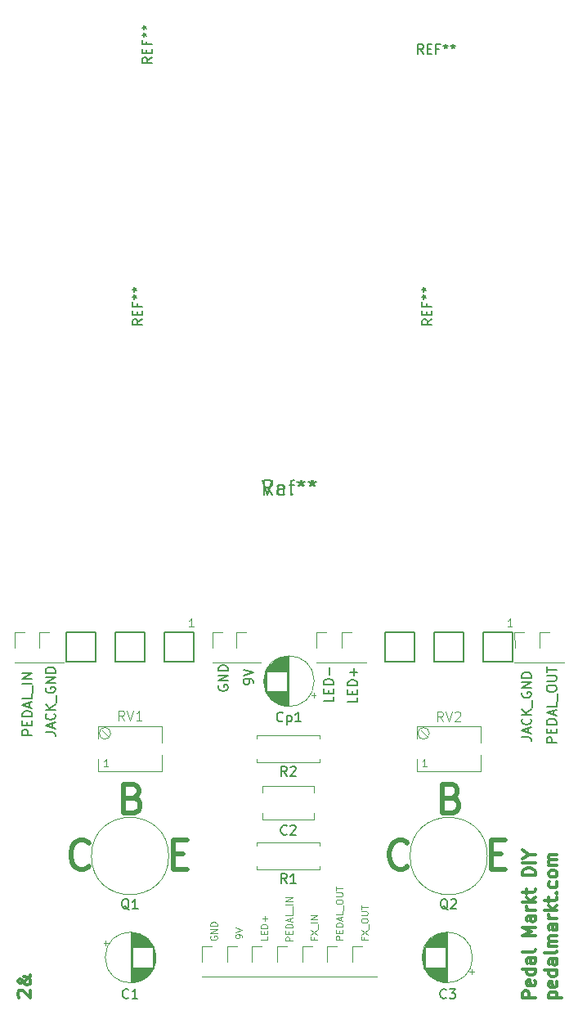
<source format=gto>
G04 #@! TF.GenerationSoftware,KiCad,Pcbnew,(5.1.5-0-10_14)*
G04 #@! TF.CreationDate,2021-12-30T16:01:06+01:00*
G04 #@! TF.ProjectId,npnium,6e706e69-756d-42e6-9b69-6361645f7063,rev?*
G04 #@! TF.SameCoordinates,Original*
G04 #@! TF.FileFunction,Legend,Top*
G04 #@! TF.FilePolarity,Positive*
%FSLAX46Y46*%
G04 Gerber Fmt 4.6, Leading zero omitted, Abs format (unit mm)*
G04 Created by KiCad (PCBNEW (5.1.5-0-10_14)) date 2021-12-30 16:01:06*
%MOMM*%
%LPD*%
G04 APERTURE LIST*
%ADD10C,0.325000*%
%ADD11C,0.120000*%
%ADD12C,0.100000*%
%ADD13C,0.127000*%
%ADD14C,0.150000*%
%ADD15C,0.500000*%
%ADD16C,0.065024*%
%ADD17C,0.110000*%
%ADD18C,0.097536*%
%ADD19C,1.626000*%
%ADD20C,1.702000*%
%ADD21R,1.702000X1.702000*%
%ADD22O,2.032400X2.032400*%
%ADD23R,2.032400X2.032400*%
%ADD24O,1.702000X1.702000*%
%ADD25O,1.702000X3.102000*%
%ADD26O,2.642000X2.642000*%
%ADD27R,2.642000X2.642000*%
G04 APERTURE END LIST*
D10*
X72011904Y-114641130D02*
X71950000Y-114579226D01*
X71888095Y-114455416D01*
X71888095Y-114145892D01*
X71950000Y-114022083D01*
X72011904Y-113960178D01*
X72135714Y-113898273D01*
X72259523Y-113898273D01*
X72445238Y-113960178D01*
X73188095Y-114703035D01*
X73188095Y-113898273D01*
X73188095Y-112288750D02*
X73188095Y-112350654D01*
X73126190Y-112474464D01*
X72940476Y-112660178D01*
X72569047Y-112969702D01*
X72383333Y-113093511D01*
X72197619Y-113155416D01*
X72073809Y-113155416D01*
X71950000Y-113093511D01*
X71888095Y-112969702D01*
X71888095Y-112907797D01*
X71950000Y-112783988D01*
X72073809Y-112722083D01*
X72135714Y-112722083D01*
X72259523Y-112783988D01*
X72321428Y-112845892D01*
X72569047Y-113217321D01*
X72630952Y-113279226D01*
X72754761Y-113341130D01*
X72940476Y-113341130D01*
X73064285Y-113279226D01*
X73126190Y-113217321D01*
X73188095Y-113093511D01*
X73188095Y-112907797D01*
X73126190Y-112783988D01*
X73064285Y-112722083D01*
X72816666Y-112536369D01*
X72630952Y-112474464D01*
X72507142Y-112474464D01*
X125450595Y-114679226D02*
X124150595Y-114679226D01*
X124150595Y-114183988D01*
X124212500Y-114060178D01*
X124274404Y-113998273D01*
X124398214Y-113936369D01*
X124583928Y-113936369D01*
X124707738Y-113998273D01*
X124769642Y-114060178D01*
X124831547Y-114183988D01*
X124831547Y-114679226D01*
X125388690Y-112883988D02*
X125450595Y-113007797D01*
X125450595Y-113255416D01*
X125388690Y-113379226D01*
X125264880Y-113441130D01*
X124769642Y-113441130D01*
X124645833Y-113379226D01*
X124583928Y-113255416D01*
X124583928Y-113007797D01*
X124645833Y-112883988D01*
X124769642Y-112822083D01*
X124893452Y-112822083D01*
X125017261Y-113441130D01*
X125450595Y-111707797D02*
X124150595Y-111707797D01*
X125388690Y-111707797D02*
X125450595Y-111831607D01*
X125450595Y-112079226D01*
X125388690Y-112203035D01*
X125326785Y-112264940D01*
X125202976Y-112326845D01*
X124831547Y-112326845D01*
X124707738Y-112264940D01*
X124645833Y-112203035D01*
X124583928Y-112079226D01*
X124583928Y-111831607D01*
X124645833Y-111707797D01*
X125450595Y-110531607D02*
X124769642Y-110531607D01*
X124645833Y-110593511D01*
X124583928Y-110717321D01*
X124583928Y-110964940D01*
X124645833Y-111088750D01*
X125388690Y-110531607D02*
X125450595Y-110655416D01*
X125450595Y-110964940D01*
X125388690Y-111088750D01*
X125264880Y-111150654D01*
X125141071Y-111150654D01*
X125017261Y-111088750D01*
X124955357Y-110964940D01*
X124955357Y-110655416D01*
X124893452Y-110531607D01*
X125450595Y-109726845D02*
X125388690Y-109850654D01*
X125264880Y-109912559D01*
X124150595Y-109912559D01*
X125450595Y-108241130D02*
X124150595Y-108241130D01*
X125079166Y-107807797D01*
X124150595Y-107374464D01*
X125450595Y-107374464D01*
X125450595Y-106198273D02*
X124769642Y-106198273D01*
X124645833Y-106260178D01*
X124583928Y-106383988D01*
X124583928Y-106631607D01*
X124645833Y-106755416D01*
X125388690Y-106198273D02*
X125450595Y-106322083D01*
X125450595Y-106631607D01*
X125388690Y-106755416D01*
X125264880Y-106817321D01*
X125141071Y-106817321D01*
X125017261Y-106755416D01*
X124955357Y-106631607D01*
X124955357Y-106322083D01*
X124893452Y-106198273D01*
X125450595Y-105579226D02*
X124583928Y-105579226D01*
X124831547Y-105579226D02*
X124707738Y-105517321D01*
X124645833Y-105455416D01*
X124583928Y-105331607D01*
X124583928Y-105207797D01*
X125450595Y-104774464D02*
X124150595Y-104774464D01*
X124955357Y-104650654D02*
X125450595Y-104279226D01*
X124583928Y-104279226D02*
X125079166Y-104774464D01*
X124583928Y-103907797D02*
X124583928Y-103412559D01*
X124150595Y-103722083D02*
X125264880Y-103722083D01*
X125388690Y-103660178D01*
X125450595Y-103536369D01*
X125450595Y-103412559D01*
X125450595Y-101988750D02*
X124150595Y-101988750D01*
X124150595Y-101679226D01*
X124212500Y-101493511D01*
X124336309Y-101369702D01*
X124460119Y-101307797D01*
X124707738Y-101245892D01*
X124893452Y-101245892D01*
X125141071Y-101307797D01*
X125264880Y-101369702D01*
X125388690Y-101493511D01*
X125450595Y-101679226D01*
X125450595Y-101988750D01*
X125450595Y-100688750D02*
X124150595Y-100688750D01*
X124831547Y-99822083D02*
X125450595Y-99822083D01*
X124150595Y-100255416D02*
X124831547Y-99822083D01*
X124150595Y-99388750D01*
X126858928Y-114679226D02*
X128158928Y-114679226D01*
X126920833Y-114679226D02*
X126858928Y-114555416D01*
X126858928Y-114307797D01*
X126920833Y-114183988D01*
X126982738Y-114122083D01*
X127106547Y-114060178D01*
X127477976Y-114060178D01*
X127601785Y-114122083D01*
X127663690Y-114183988D01*
X127725595Y-114307797D01*
X127725595Y-114555416D01*
X127663690Y-114679226D01*
X127663690Y-113007797D02*
X127725595Y-113131607D01*
X127725595Y-113379226D01*
X127663690Y-113503035D01*
X127539880Y-113564940D01*
X127044642Y-113564940D01*
X126920833Y-113503035D01*
X126858928Y-113379226D01*
X126858928Y-113131607D01*
X126920833Y-113007797D01*
X127044642Y-112945892D01*
X127168452Y-112945892D01*
X127292261Y-113564940D01*
X127725595Y-111831607D02*
X126425595Y-111831607D01*
X127663690Y-111831607D02*
X127725595Y-111955416D01*
X127725595Y-112203035D01*
X127663690Y-112326845D01*
X127601785Y-112388750D01*
X127477976Y-112450654D01*
X127106547Y-112450654D01*
X126982738Y-112388750D01*
X126920833Y-112326845D01*
X126858928Y-112203035D01*
X126858928Y-111955416D01*
X126920833Y-111831607D01*
X127725595Y-110655416D02*
X127044642Y-110655416D01*
X126920833Y-110717321D01*
X126858928Y-110841130D01*
X126858928Y-111088750D01*
X126920833Y-111212559D01*
X127663690Y-110655416D02*
X127725595Y-110779226D01*
X127725595Y-111088750D01*
X127663690Y-111212559D01*
X127539880Y-111274464D01*
X127416071Y-111274464D01*
X127292261Y-111212559D01*
X127230357Y-111088750D01*
X127230357Y-110779226D01*
X127168452Y-110655416D01*
X127725595Y-109850654D02*
X127663690Y-109974464D01*
X127539880Y-110036369D01*
X126425595Y-110036369D01*
X127725595Y-109355416D02*
X126858928Y-109355416D01*
X126982738Y-109355416D02*
X126920833Y-109293511D01*
X126858928Y-109169702D01*
X126858928Y-108983988D01*
X126920833Y-108860178D01*
X127044642Y-108798273D01*
X127725595Y-108798273D01*
X127044642Y-108798273D02*
X126920833Y-108736369D01*
X126858928Y-108612559D01*
X126858928Y-108426845D01*
X126920833Y-108303035D01*
X127044642Y-108241130D01*
X127725595Y-108241130D01*
X127725595Y-107064940D02*
X127044642Y-107064940D01*
X126920833Y-107126845D01*
X126858928Y-107250654D01*
X126858928Y-107498273D01*
X126920833Y-107622083D01*
X127663690Y-107064940D02*
X127725595Y-107188750D01*
X127725595Y-107498273D01*
X127663690Y-107622083D01*
X127539880Y-107683988D01*
X127416071Y-107683988D01*
X127292261Y-107622083D01*
X127230357Y-107498273D01*
X127230357Y-107188750D01*
X127168452Y-107064940D01*
X127725595Y-106445892D02*
X126858928Y-106445892D01*
X127106547Y-106445892D02*
X126982738Y-106383988D01*
X126920833Y-106322083D01*
X126858928Y-106198273D01*
X126858928Y-106074464D01*
X127725595Y-105641130D02*
X126425595Y-105641130D01*
X127230357Y-105517321D02*
X127725595Y-105145892D01*
X126858928Y-105145892D02*
X127354166Y-105641130D01*
X126858928Y-104774464D02*
X126858928Y-104279226D01*
X126425595Y-104588750D02*
X127539880Y-104588750D01*
X127663690Y-104526845D01*
X127725595Y-104403035D01*
X127725595Y-104279226D01*
X127601785Y-103845892D02*
X127663690Y-103783988D01*
X127725595Y-103845892D01*
X127663690Y-103907797D01*
X127601785Y-103845892D01*
X127725595Y-103845892D01*
X127663690Y-102669702D02*
X127725595Y-102793511D01*
X127725595Y-103041130D01*
X127663690Y-103164940D01*
X127601785Y-103226845D01*
X127477976Y-103288750D01*
X127106547Y-103288750D01*
X126982738Y-103226845D01*
X126920833Y-103164940D01*
X126858928Y-103041130D01*
X126858928Y-102793511D01*
X126920833Y-102669702D01*
X127725595Y-101926845D02*
X127663690Y-102050654D01*
X127601785Y-102112559D01*
X127477976Y-102174464D01*
X127106547Y-102174464D01*
X126982738Y-102112559D01*
X126920833Y-102050654D01*
X126858928Y-101926845D01*
X126858928Y-101741130D01*
X126920833Y-101617321D01*
X126982738Y-101555416D01*
X127106547Y-101493511D01*
X127477976Y-101493511D01*
X127601785Y-101555416D01*
X127663690Y-101617321D01*
X127725595Y-101741130D01*
X127725595Y-101926845D01*
X127725595Y-100936369D02*
X126858928Y-100936369D01*
X126982738Y-100936369D02*
X126920833Y-100874464D01*
X126858928Y-100750654D01*
X126858928Y-100564940D01*
X126920833Y-100441130D01*
X127044642Y-100379226D01*
X127725595Y-100379226D01*
X127044642Y-100379226D02*
X126920833Y-100317321D01*
X126858928Y-100193511D01*
X126858928Y-100007797D01*
X126920833Y-99883988D01*
X127044642Y-99822083D01*
X127725595Y-99822083D01*
D11*
X87500000Y-100000000D02*
G75*
G03X87500000Y-100000000I-4000000J0D01*
G01*
X120500000Y-100000000D02*
G75*
G03X120500000Y-100000000I-4000000J0D01*
G01*
X118904775Y-112225000D02*
X118904775Y-111725000D01*
X119154775Y-111975000D02*
X118654775Y-111975000D01*
X113749000Y-110784000D02*
X113749000Y-110216000D01*
X113789000Y-111018000D02*
X113789000Y-109982000D01*
X113829000Y-111177000D02*
X113829000Y-109823000D01*
X113869000Y-111305000D02*
X113869000Y-109695000D01*
X113909000Y-111415000D02*
X113909000Y-109585000D01*
X113949000Y-111511000D02*
X113949000Y-109489000D01*
X113989000Y-111598000D02*
X113989000Y-109402000D01*
X114029000Y-111678000D02*
X114029000Y-109322000D01*
X114069000Y-109460000D02*
X114069000Y-109249000D01*
X114069000Y-111751000D02*
X114069000Y-111540000D01*
X114109000Y-109460000D02*
X114109000Y-109181000D01*
X114109000Y-111819000D02*
X114109000Y-111540000D01*
X114149000Y-109460000D02*
X114149000Y-109117000D01*
X114149000Y-111883000D02*
X114149000Y-111540000D01*
X114189000Y-109460000D02*
X114189000Y-109057000D01*
X114189000Y-111943000D02*
X114189000Y-111540000D01*
X114229000Y-109460000D02*
X114229000Y-109000000D01*
X114229000Y-112000000D02*
X114229000Y-111540000D01*
X114269000Y-109460000D02*
X114269000Y-108946000D01*
X114269000Y-112054000D02*
X114269000Y-111540000D01*
X114309000Y-109460000D02*
X114309000Y-108895000D01*
X114309000Y-112105000D02*
X114309000Y-111540000D01*
X114349000Y-109460000D02*
X114349000Y-108847000D01*
X114349000Y-112153000D02*
X114349000Y-111540000D01*
X114389000Y-109460000D02*
X114389000Y-108801000D01*
X114389000Y-112199000D02*
X114389000Y-111540000D01*
X114429000Y-109460000D02*
X114429000Y-108757000D01*
X114429000Y-112243000D02*
X114429000Y-111540000D01*
X114469000Y-109460000D02*
X114469000Y-108715000D01*
X114469000Y-112285000D02*
X114469000Y-111540000D01*
X114509000Y-109460000D02*
X114509000Y-108674000D01*
X114509000Y-112326000D02*
X114509000Y-111540000D01*
X114549000Y-109460000D02*
X114549000Y-108636000D01*
X114549000Y-112364000D02*
X114549000Y-111540000D01*
X114589000Y-109460000D02*
X114589000Y-108599000D01*
X114589000Y-112401000D02*
X114589000Y-111540000D01*
X114629000Y-109460000D02*
X114629000Y-108563000D01*
X114629000Y-112437000D02*
X114629000Y-111540000D01*
X114669000Y-109460000D02*
X114669000Y-108529000D01*
X114669000Y-112471000D02*
X114669000Y-111540000D01*
X114709000Y-109460000D02*
X114709000Y-108496000D01*
X114709000Y-112504000D02*
X114709000Y-111540000D01*
X114749000Y-109460000D02*
X114749000Y-108465000D01*
X114749000Y-112535000D02*
X114749000Y-111540000D01*
X114789000Y-109460000D02*
X114789000Y-108435000D01*
X114789000Y-112565000D02*
X114789000Y-111540000D01*
X114829000Y-109460000D02*
X114829000Y-108405000D01*
X114829000Y-112595000D02*
X114829000Y-111540000D01*
X114869000Y-109460000D02*
X114869000Y-108378000D01*
X114869000Y-112622000D02*
X114869000Y-111540000D01*
X114909000Y-109460000D02*
X114909000Y-108351000D01*
X114909000Y-112649000D02*
X114909000Y-111540000D01*
X114949000Y-109460000D02*
X114949000Y-108325000D01*
X114949000Y-112675000D02*
X114949000Y-111540000D01*
X114989000Y-109460000D02*
X114989000Y-108300000D01*
X114989000Y-112700000D02*
X114989000Y-111540000D01*
X115029000Y-109460000D02*
X115029000Y-108276000D01*
X115029000Y-112724000D02*
X115029000Y-111540000D01*
X115069000Y-109460000D02*
X115069000Y-108253000D01*
X115069000Y-112747000D02*
X115069000Y-111540000D01*
X115109000Y-109460000D02*
X115109000Y-108232000D01*
X115109000Y-112768000D02*
X115109000Y-111540000D01*
X115149000Y-109460000D02*
X115149000Y-108210000D01*
X115149000Y-112790000D02*
X115149000Y-111540000D01*
X115189000Y-109460000D02*
X115189000Y-108190000D01*
X115189000Y-112810000D02*
X115189000Y-111540000D01*
X115229000Y-109460000D02*
X115229000Y-108171000D01*
X115229000Y-112829000D02*
X115229000Y-111540000D01*
X115269000Y-109460000D02*
X115269000Y-108152000D01*
X115269000Y-112848000D02*
X115269000Y-111540000D01*
X115309000Y-109460000D02*
X115309000Y-108135000D01*
X115309000Y-112865000D02*
X115309000Y-111540000D01*
X115349000Y-109460000D02*
X115349000Y-108118000D01*
X115349000Y-112882000D02*
X115349000Y-111540000D01*
X115389000Y-109460000D02*
X115389000Y-108102000D01*
X115389000Y-112898000D02*
X115389000Y-111540000D01*
X115429000Y-109460000D02*
X115429000Y-108086000D01*
X115429000Y-112914000D02*
X115429000Y-111540000D01*
X115469000Y-109460000D02*
X115469000Y-108072000D01*
X115469000Y-112928000D02*
X115469000Y-111540000D01*
X115509000Y-109460000D02*
X115509000Y-108058000D01*
X115509000Y-112942000D02*
X115509000Y-111540000D01*
X115549000Y-109460000D02*
X115549000Y-108045000D01*
X115549000Y-112955000D02*
X115549000Y-111540000D01*
X115589000Y-109460000D02*
X115589000Y-108032000D01*
X115589000Y-112968000D02*
X115589000Y-111540000D01*
X115629000Y-109460000D02*
X115629000Y-108020000D01*
X115629000Y-112980000D02*
X115629000Y-111540000D01*
X115670000Y-109460000D02*
X115670000Y-108009000D01*
X115670000Y-112991000D02*
X115670000Y-111540000D01*
X115710000Y-109460000D02*
X115710000Y-107999000D01*
X115710000Y-113001000D02*
X115710000Y-111540000D01*
X115750000Y-109460000D02*
X115750000Y-107989000D01*
X115750000Y-113011000D02*
X115750000Y-111540000D01*
X115790000Y-109460000D02*
X115790000Y-107980000D01*
X115790000Y-113020000D02*
X115790000Y-111540000D01*
X115830000Y-109460000D02*
X115830000Y-107972000D01*
X115830000Y-113028000D02*
X115830000Y-111540000D01*
X115870000Y-109460000D02*
X115870000Y-107964000D01*
X115870000Y-113036000D02*
X115870000Y-111540000D01*
X115910000Y-109460000D02*
X115910000Y-107957000D01*
X115910000Y-113043000D02*
X115910000Y-111540000D01*
X115950000Y-109460000D02*
X115950000Y-107950000D01*
X115950000Y-113050000D02*
X115950000Y-111540000D01*
X115990000Y-109460000D02*
X115990000Y-107944000D01*
X115990000Y-113056000D02*
X115990000Y-111540000D01*
X116030000Y-109460000D02*
X116030000Y-107939000D01*
X116030000Y-113061000D02*
X116030000Y-111540000D01*
X116070000Y-109460000D02*
X116070000Y-107935000D01*
X116070000Y-113065000D02*
X116070000Y-111540000D01*
X116110000Y-109460000D02*
X116110000Y-107931000D01*
X116110000Y-113069000D02*
X116110000Y-111540000D01*
X116150000Y-113073000D02*
X116150000Y-107927000D01*
X116190000Y-113076000D02*
X116190000Y-107924000D01*
X116230000Y-113078000D02*
X116230000Y-107922000D01*
X116270000Y-113079000D02*
X116270000Y-107921000D01*
X116310000Y-113080000D02*
X116310000Y-107920000D01*
X116350000Y-113080000D02*
X116350000Y-107920000D01*
X118970000Y-110500000D02*
G75*
G03X118970000Y-110500000I-2620000J0D01*
G01*
D12*
X119820000Y-91200000D02*
X119820000Y-86600000D01*
X113180000Y-86600000D02*
X119820000Y-86600000D01*
X113180000Y-91200000D02*
X113180000Y-86600000D01*
X119820000Y-91200000D02*
X113180000Y-91200000D01*
X114500000Y-87300000D02*
G75*
G03X114500000Y-87300000I-600000J0D01*
G01*
X114200000Y-87600000D02*
X113600000Y-87000000D01*
X86820000Y-91200000D02*
X86820000Y-86600000D01*
X80180000Y-86600000D02*
X86820000Y-86600000D01*
X80180000Y-91200000D02*
X80180000Y-86600000D01*
X86820000Y-91200000D02*
X80180000Y-91200000D01*
X81500000Y-87300000D02*
G75*
G03X81500000Y-87300000I-600000J0D01*
G01*
X81200000Y-87600000D02*
X80600000Y-87000000D01*
D11*
X96620000Y-87530000D02*
X96620000Y-87860000D01*
X103160000Y-87530000D02*
X96620000Y-87530000D01*
X103160000Y-87860000D02*
X103160000Y-87530000D01*
X96620000Y-90270000D02*
X96620000Y-89940000D01*
X103160000Y-90270000D02*
X96620000Y-90270000D01*
X103160000Y-89940000D02*
X103160000Y-90270000D01*
X96620000Y-98630000D02*
X96620000Y-98960000D01*
X103160000Y-98630000D02*
X96620000Y-98630000D01*
X103160000Y-98960000D02*
X103160000Y-98630000D01*
X96620000Y-101370000D02*
X96620000Y-101040000D01*
X103160000Y-101370000D02*
X96620000Y-101370000D01*
X103160000Y-101040000D02*
X103160000Y-101370000D01*
X105430000Y-76810000D02*
X106760000Y-76810000D01*
X105433500Y-78463500D02*
X105430000Y-76810000D01*
X105420000Y-79976500D02*
X107960000Y-79980000D01*
X125930000Y-76810000D02*
X127260000Y-76810000D01*
X125933500Y-78463500D02*
X125930000Y-76810000D01*
X125920000Y-79976500D02*
X128460000Y-79980000D01*
X98730000Y-109310000D02*
X100060000Y-109310000D01*
X98733500Y-110963500D02*
X98730000Y-109310000D01*
X98720000Y-112476500D02*
X101260000Y-112480000D01*
X102830000Y-76810000D02*
X104160000Y-76810000D01*
X102833500Y-78463500D02*
X102830000Y-76810000D01*
X102820000Y-79976500D02*
X105360000Y-79980000D01*
X96130000Y-109310000D02*
X97460000Y-109310000D01*
X96133500Y-110963500D02*
X96130000Y-109310000D01*
X96120000Y-112476500D02*
X98660000Y-112480000D01*
X123330000Y-76810000D02*
X124660000Y-76810000D01*
X123333500Y-78463500D02*
X123330000Y-76810000D01*
X123320000Y-79976500D02*
X125860000Y-79980000D01*
X103930000Y-109310000D02*
X105260000Y-109310000D01*
X103933500Y-110963500D02*
X103930000Y-109310000D01*
X103920000Y-112476500D02*
X106460000Y-112480000D01*
X74130000Y-76810000D02*
X75460000Y-76810000D01*
X74133500Y-78463500D02*
X74130000Y-76810000D01*
X74120000Y-79976500D02*
X76660000Y-79980000D01*
X71530000Y-76810000D02*
X72860000Y-76810000D01*
X71533500Y-78463500D02*
X71530000Y-76810000D01*
X71520000Y-79976500D02*
X74060000Y-79980000D01*
X93530000Y-109310000D02*
X94860000Y-109310000D01*
X93533500Y-110963500D02*
X93530000Y-109310000D01*
X93520000Y-112476500D02*
X96060000Y-112480000D01*
X90930000Y-109310000D02*
X92260000Y-109310000D01*
X90933500Y-110963500D02*
X90930000Y-109310000D01*
X90920000Y-112476500D02*
X93460000Y-112480000D01*
X106530000Y-109310000D02*
X107860000Y-109310000D01*
X106533500Y-110963500D02*
X106530000Y-109310000D01*
X106520000Y-112476500D02*
X109060000Y-112480000D01*
X101330000Y-109310000D02*
X102660000Y-109310000D01*
X101333500Y-110963500D02*
X101330000Y-109310000D01*
X101320000Y-112476500D02*
X103860000Y-112480000D01*
X94530000Y-76810000D02*
X95860000Y-76810000D01*
X94533500Y-78463500D02*
X94530000Y-76810000D01*
X94520000Y-79976500D02*
X97060000Y-79980000D01*
X92030000Y-76810000D02*
X93360000Y-76810000D01*
X92033500Y-78463500D02*
X92030000Y-76810000D01*
X92020000Y-79976500D02*
X94560000Y-79980000D01*
X102504775Y-83625000D02*
X102504775Y-83125000D01*
X102754775Y-83375000D02*
X102254775Y-83375000D01*
X97349000Y-82184000D02*
X97349000Y-81616000D01*
X97389000Y-82418000D02*
X97389000Y-81382000D01*
X97429000Y-82577000D02*
X97429000Y-81223000D01*
X97469000Y-82705000D02*
X97469000Y-81095000D01*
X97509000Y-82815000D02*
X97509000Y-80985000D01*
X97549000Y-82911000D02*
X97549000Y-80889000D01*
X97589000Y-82998000D02*
X97589000Y-80802000D01*
X97629000Y-83078000D02*
X97629000Y-80722000D01*
X97669000Y-80860000D02*
X97669000Y-80649000D01*
X97669000Y-83151000D02*
X97669000Y-82940000D01*
X97709000Y-80860000D02*
X97709000Y-80581000D01*
X97709000Y-83219000D02*
X97709000Y-82940000D01*
X97749000Y-80860000D02*
X97749000Y-80517000D01*
X97749000Y-83283000D02*
X97749000Y-82940000D01*
X97789000Y-80860000D02*
X97789000Y-80457000D01*
X97789000Y-83343000D02*
X97789000Y-82940000D01*
X97829000Y-80860000D02*
X97829000Y-80400000D01*
X97829000Y-83400000D02*
X97829000Y-82940000D01*
X97869000Y-80860000D02*
X97869000Y-80346000D01*
X97869000Y-83454000D02*
X97869000Y-82940000D01*
X97909000Y-80860000D02*
X97909000Y-80295000D01*
X97909000Y-83505000D02*
X97909000Y-82940000D01*
X97949000Y-80860000D02*
X97949000Y-80247000D01*
X97949000Y-83553000D02*
X97949000Y-82940000D01*
X97989000Y-80860000D02*
X97989000Y-80201000D01*
X97989000Y-83599000D02*
X97989000Y-82940000D01*
X98029000Y-80860000D02*
X98029000Y-80157000D01*
X98029000Y-83643000D02*
X98029000Y-82940000D01*
X98069000Y-80860000D02*
X98069000Y-80115000D01*
X98069000Y-83685000D02*
X98069000Y-82940000D01*
X98109000Y-80860000D02*
X98109000Y-80074000D01*
X98109000Y-83726000D02*
X98109000Y-82940000D01*
X98149000Y-80860000D02*
X98149000Y-80036000D01*
X98149000Y-83764000D02*
X98149000Y-82940000D01*
X98189000Y-80860000D02*
X98189000Y-79999000D01*
X98189000Y-83801000D02*
X98189000Y-82940000D01*
X98229000Y-80860000D02*
X98229000Y-79963000D01*
X98229000Y-83837000D02*
X98229000Y-82940000D01*
X98269000Y-80860000D02*
X98269000Y-79929000D01*
X98269000Y-83871000D02*
X98269000Y-82940000D01*
X98309000Y-80860000D02*
X98309000Y-79896000D01*
X98309000Y-83904000D02*
X98309000Y-82940000D01*
X98349000Y-80860000D02*
X98349000Y-79865000D01*
X98349000Y-83935000D02*
X98349000Y-82940000D01*
X98389000Y-80860000D02*
X98389000Y-79835000D01*
X98389000Y-83965000D02*
X98389000Y-82940000D01*
X98429000Y-80860000D02*
X98429000Y-79805000D01*
X98429000Y-83995000D02*
X98429000Y-82940000D01*
X98469000Y-80860000D02*
X98469000Y-79778000D01*
X98469000Y-84022000D02*
X98469000Y-82940000D01*
X98509000Y-80860000D02*
X98509000Y-79751000D01*
X98509000Y-84049000D02*
X98509000Y-82940000D01*
X98549000Y-80860000D02*
X98549000Y-79725000D01*
X98549000Y-84075000D02*
X98549000Y-82940000D01*
X98589000Y-80860000D02*
X98589000Y-79700000D01*
X98589000Y-84100000D02*
X98589000Y-82940000D01*
X98629000Y-80860000D02*
X98629000Y-79676000D01*
X98629000Y-84124000D02*
X98629000Y-82940000D01*
X98669000Y-80860000D02*
X98669000Y-79653000D01*
X98669000Y-84147000D02*
X98669000Y-82940000D01*
X98709000Y-80860000D02*
X98709000Y-79632000D01*
X98709000Y-84168000D02*
X98709000Y-82940000D01*
X98749000Y-80860000D02*
X98749000Y-79610000D01*
X98749000Y-84190000D02*
X98749000Y-82940000D01*
X98789000Y-80860000D02*
X98789000Y-79590000D01*
X98789000Y-84210000D02*
X98789000Y-82940000D01*
X98829000Y-80860000D02*
X98829000Y-79571000D01*
X98829000Y-84229000D02*
X98829000Y-82940000D01*
X98869000Y-80860000D02*
X98869000Y-79552000D01*
X98869000Y-84248000D02*
X98869000Y-82940000D01*
X98909000Y-80860000D02*
X98909000Y-79535000D01*
X98909000Y-84265000D02*
X98909000Y-82940000D01*
X98949000Y-80860000D02*
X98949000Y-79518000D01*
X98949000Y-84282000D02*
X98949000Y-82940000D01*
X98989000Y-80860000D02*
X98989000Y-79502000D01*
X98989000Y-84298000D02*
X98989000Y-82940000D01*
X99029000Y-80860000D02*
X99029000Y-79486000D01*
X99029000Y-84314000D02*
X99029000Y-82940000D01*
X99069000Y-80860000D02*
X99069000Y-79472000D01*
X99069000Y-84328000D02*
X99069000Y-82940000D01*
X99109000Y-80860000D02*
X99109000Y-79458000D01*
X99109000Y-84342000D02*
X99109000Y-82940000D01*
X99149000Y-80860000D02*
X99149000Y-79445000D01*
X99149000Y-84355000D02*
X99149000Y-82940000D01*
X99189000Y-80860000D02*
X99189000Y-79432000D01*
X99189000Y-84368000D02*
X99189000Y-82940000D01*
X99229000Y-80860000D02*
X99229000Y-79420000D01*
X99229000Y-84380000D02*
X99229000Y-82940000D01*
X99270000Y-80860000D02*
X99270000Y-79409000D01*
X99270000Y-84391000D02*
X99270000Y-82940000D01*
X99310000Y-80860000D02*
X99310000Y-79399000D01*
X99310000Y-84401000D02*
X99310000Y-82940000D01*
X99350000Y-80860000D02*
X99350000Y-79389000D01*
X99350000Y-84411000D02*
X99350000Y-82940000D01*
X99390000Y-80860000D02*
X99390000Y-79380000D01*
X99390000Y-84420000D02*
X99390000Y-82940000D01*
X99430000Y-80860000D02*
X99430000Y-79372000D01*
X99430000Y-84428000D02*
X99430000Y-82940000D01*
X99470000Y-80860000D02*
X99470000Y-79364000D01*
X99470000Y-84436000D02*
X99470000Y-82940000D01*
X99510000Y-80860000D02*
X99510000Y-79357000D01*
X99510000Y-84443000D02*
X99510000Y-82940000D01*
X99550000Y-80860000D02*
X99550000Y-79350000D01*
X99550000Y-84450000D02*
X99550000Y-82940000D01*
X99590000Y-80860000D02*
X99590000Y-79344000D01*
X99590000Y-84456000D02*
X99590000Y-82940000D01*
X99630000Y-80860000D02*
X99630000Y-79339000D01*
X99630000Y-84461000D02*
X99630000Y-82940000D01*
X99670000Y-80860000D02*
X99670000Y-79335000D01*
X99670000Y-84465000D02*
X99670000Y-82940000D01*
X99710000Y-80860000D02*
X99710000Y-79331000D01*
X99710000Y-84469000D02*
X99710000Y-82940000D01*
X99750000Y-84473000D02*
X99750000Y-79327000D01*
X99790000Y-84476000D02*
X99790000Y-79324000D01*
X99830000Y-84478000D02*
X99830000Y-79322000D01*
X99870000Y-84479000D02*
X99870000Y-79321000D01*
X99910000Y-84480000D02*
X99910000Y-79320000D01*
X99950000Y-84480000D02*
X99950000Y-79320000D01*
X102570000Y-81900000D02*
G75*
G03X102570000Y-81900000I-2620000J0D01*
G01*
X97230000Y-93445000D02*
X97230000Y-92779000D01*
X97230000Y-96221000D02*
X97230000Y-95555000D01*
X102570000Y-93445000D02*
X102570000Y-92779000D01*
X102570000Y-96221000D02*
X102570000Y-95555000D01*
X102570000Y-92779000D02*
X97230000Y-92779000D01*
X102570000Y-96221000D02*
X97230000Y-96221000D01*
X80995225Y-108775000D02*
X80995225Y-109275000D01*
X80745225Y-109025000D02*
X81245225Y-109025000D01*
X86151000Y-110216000D02*
X86151000Y-110784000D01*
X86111000Y-109982000D02*
X86111000Y-111018000D01*
X86071000Y-109823000D02*
X86071000Y-111177000D01*
X86031000Y-109695000D02*
X86031000Y-111305000D01*
X85991000Y-109585000D02*
X85991000Y-111415000D01*
X85951000Y-109489000D02*
X85951000Y-111511000D01*
X85911000Y-109402000D02*
X85911000Y-111598000D01*
X85871000Y-109322000D02*
X85871000Y-111678000D01*
X85831000Y-111540000D02*
X85831000Y-111751000D01*
X85831000Y-109249000D02*
X85831000Y-109460000D01*
X85791000Y-111540000D02*
X85791000Y-111819000D01*
X85791000Y-109181000D02*
X85791000Y-109460000D01*
X85751000Y-111540000D02*
X85751000Y-111883000D01*
X85751000Y-109117000D02*
X85751000Y-109460000D01*
X85711000Y-111540000D02*
X85711000Y-111943000D01*
X85711000Y-109057000D02*
X85711000Y-109460000D01*
X85671000Y-111540000D02*
X85671000Y-112000000D01*
X85671000Y-109000000D02*
X85671000Y-109460000D01*
X85631000Y-111540000D02*
X85631000Y-112054000D01*
X85631000Y-108946000D02*
X85631000Y-109460000D01*
X85591000Y-111540000D02*
X85591000Y-112105000D01*
X85591000Y-108895000D02*
X85591000Y-109460000D01*
X85551000Y-111540000D02*
X85551000Y-112153000D01*
X85551000Y-108847000D02*
X85551000Y-109460000D01*
X85511000Y-111540000D02*
X85511000Y-112199000D01*
X85511000Y-108801000D02*
X85511000Y-109460000D01*
X85471000Y-111540000D02*
X85471000Y-112243000D01*
X85471000Y-108757000D02*
X85471000Y-109460000D01*
X85431000Y-111540000D02*
X85431000Y-112285000D01*
X85431000Y-108715000D02*
X85431000Y-109460000D01*
X85391000Y-111540000D02*
X85391000Y-112326000D01*
X85391000Y-108674000D02*
X85391000Y-109460000D01*
X85351000Y-111540000D02*
X85351000Y-112364000D01*
X85351000Y-108636000D02*
X85351000Y-109460000D01*
X85311000Y-111540000D02*
X85311000Y-112401000D01*
X85311000Y-108599000D02*
X85311000Y-109460000D01*
X85271000Y-111540000D02*
X85271000Y-112437000D01*
X85271000Y-108563000D02*
X85271000Y-109460000D01*
X85231000Y-111540000D02*
X85231000Y-112471000D01*
X85231000Y-108529000D02*
X85231000Y-109460000D01*
X85191000Y-111540000D02*
X85191000Y-112504000D01*
X85191000Y-108496000D02*
X85191000Y-109460000D01*
X85151000Y-111540000D02*
X85151000Y-112535000D01*
X85151000Y-108465000D02*
X85151000Y-109460000D01*
X85111000Y-111540000D02*
X85111000Y-112565000D01*
X85111000Y-108435000D02*
X85111000Y-109460000D01*
X85071000Y-111540000D02*
X85071000Y-112595000D01*
X85071000Y-108405000D02*
X85071000Y-109460000D01*
X85031000Y-111540000D02*
X85031000Y-112622000D01*
X85031000Y-108378000D02*
X85031000Y-109460000D01*
X84991000Y-111540000D02*
X84991000Y-112649000D01*
X84991000Y-108351000D02*
X84991000Y-109460000D01*
X84951000Y-111540000D02*
X84951000Y-112675000D01*
X84951000Y-108325000D02*
X84951000Y-109460000D01*
X84911000Y-111540000D02*
X84911000Y-112700000D01*
X84911000Y-108300000D02*
X84911000Y-109460000D01*
X84871000Y-111540000D02*
X84871000Y-112724000D01*
X84871000Y-108276000D02*
X84871000Y-109460000D01*
X84831000Y-111540000D02*
X84831000Y-112747000D01*
X84831000Y-108253000D02*
X84831000Y-109460000D01*
X84791000Y-111540000D02*
X84791000Y-112768000D01*
X84791000Y-108232000D02*
X84791000Y-109460000D01*
X84751000Y-111540000D02*
X84751000Y-112790000D01*
X84751000Y-108210000D02*
X84751000Y-109460000D01*
X84711000Y-111540000D02*
X84711000Y-112810000D01*
X84711000Y-108190000D02*
X84711000Y-109460000D01*
X84671000Y-111540000D02*
X84671000Y-112829000D01*
X84671000Y-108171000D02*
X84671000Y-109460000D01*
X84631000Y-111540000D02*
X84631000Y-112848000D01*
X84631000Y-108152000D02*
X84631000Y-109460000D01*
X84591000Y-111540000D02*
X84591000Y-112865000D01*
X84591000Y-108135000D02*
X84591000Y-109460000D01*
X84551000Y-111540000D02*
X84551000Y-112882000D01*
X84551000Y-108118000D02*
X84551000Y-109460000D01*
X84511000Y-111540000D02*
X84511000Y-112898000D01*
X84511000Y-108102000D02*
X84511000Y-109460000D01*
X84471000Y-111540000D02*
X84471000Y-112914000D01*
X84471000Y-108086000D02*
X84471000Y-109460000D01*
X84431000Y-111540000D02*
X84431000Y-112928000D01*
X84431000Y-108072000D02*
X84431000Y-109460000D01*
X84391000Y-111540000D02*
X84391000Y-112942000D01*
X84391000Y-108058000D02*
X84391000Y-109460000D01*
X84351000Y-111540000D02*
X84351000Y-112955000D01*
X84351000Y-108045000D02*
X84351000Y-109460000D01*
X84311000Y-111540000D02*
X84311000Y-112968000D01*
X84311000Y-108032000D02*
X84311000Y-109460000D01*
X84271000Y-111540000D02*
X84271000Y-112980000D01*
X84271000Y-108020000D02*
X84271000Y-109460000D01*
X84230000Y-111540000D02*
X84230000Y-112991000D01*
X84230000Y-108009000D02*
X84230000Y-109460000D01*
X84190000Y-111540000D02*
X84190000Y-113001000D01*
X84190000Y-107999000D02*
X84190000Y-109460000D01*
X84150000Y-111540000D02*
X84150000Y-113011000D01*
X84150000Y-107989000D02*
X84150000Y-109460000D01*
X84110000Y-111540000D02*
X84110000Y-113020000D01*
X84110000Y-107980000D02*
X84110000Y-109460000D01*
X84070000Y-111540000D02*
X84070000Y-113028000D01*
X84070000Y-107972000D02*
X84070000Y-109460000D01*
X84030000Y-111540000D02*
X84030000Y-113036000D01*
X84030000Y-107964000D02*
X84030000Y-109460000D01*
X83990000Y-111540000D02*
X83990000Y-113043000D01*
X83990000Y-107957000D02*
X83990000Y-109460000D01*
X83950000Y-111540000D02*
X83950000Y-113050000D01*
X83950000Y-107950000D02*
X83950000Y-109460000D01*
X83910000Y-111540000D02*
X83910000Y-113056000D01*
X83910000Y-107944000D02*
X83910000Y-109460000D01*
X83870000Y-111540000D02*
X83870000Y-113061000D01*
X83870000Y-107939000D02*
X83870000Y-109460000D01*
X83830000Y-111540000D02*
X83830000Y-113065000D01*
X83830000Y-107935000D02*
X83830000Y-109460000D01*
X83790000Y-111540000D02*
X83790000Y-113069000D01*
X83790000Y-107931000D02*
X83790000Y-109460000D01*
X83750000Y-107927000D02*
X83750000Y-113073000D01*
X83710000Y-107924000D02*
X83710000Y-113076000D01*
X83670000Y-107922000D02*
X83670000Y-113078000D01*
X83630000Y-107921000D02*
X83630000Y-113079000D01*
X83590000Y-107920000D02*
X83590000Y-113080000D01*
X83550000Y-107920000D02*
X83550000Y-113080000D01*
X86170000Y-110500000D02*
G75*
G03X86170000Y-110500000I-2620000J0D01*
G01*
D13*
X123104000Y-79924000D02*
X123104000Y-76876000D01*
X120056000Y-79924000D02*
X123104000Y-79924000D01*
X120056000Y-76876000D02*
X120056000Y-79924000D01*
X118024000Y-79924000D02*
X118024000Y-76876000D01*
X114976000Y-79924000D02*
X118024000Y-79924000D01*
X114976000Y-76876000D02*
X114976000Y-79924000D01*
X112944000Y-79924000D02*
X112944000Y-76876000D01*
X109896000Y-79924000D02*
X112944000Y-79924000D01*
X109896000Y-76876000D02*
X109896000Y-79924000D01*
X120056000Y-76876000D02*
X123104000Y-76876000D01*
X114976000Y-76876000D02*
X118024000Y-76876000D01*
X109896000Y-76876000D02*
X112944000Y-76876000D01*
X90104000Y-79924000D02*
X90104000Y-76876000D01*
X87056000Y-79924000D02*
X90104000Y-79924000D01*
X87056000Y-76876000D02*
X87056000Y-79924000D01*
X85024000Y-79924000D02*
X85024000Y-76876000D01*
X81976000Y-79924000D02*
X85024000Y-79924000D01*
X81976000Y-76876000D02*
X81976000Y-79924000D01*
X79944000Y-79924000D02*
X79944000Y-76876000D01*
X76896000Y-79924000D02*
X79944000Y-79924000D01*
X76896000Y-76876000D02*
X76896000Y-79924000D01*
X87056000Y-76876000D02*
X90104000Y-76876000D01*
X81976000Y-76876000D02*
X85024000Y-76876000D01*
X76896000Y-76876000D02*
X79944000Y-76876000D01*
D14*
X83404761Y-105547619D02*
X83309523Y-105500000D01*
X83214285Y-105404761D01*
X83071428Y-105261904D01*
X82976190Y-105214285D01*
X82880952Y-105214285D01*
X82928571Y-105452380D02*
X82833333Y-105404761D01*
X82738095Y-105309523D01*
X82690476Y-105119047D01*
X82690476Y-104785714D01*
X82738095Y-104595238D01*
X82833333Y-104500000D01*
X82928571Y-104452380D01*
X83119047Y-104452380D01*
X83214285Y-104500000D01*
X83309523Y-104595238D01*
X83357142Y-104785714D01*
X83357142Y-105119047D01*
X83309523Y-105309523D01*
X83214285Y-105404761D01*
X83119047Y-105452380D01*
X82928571Y-105452380D01*
X84309523Y-105452380D02*
X83738095Y-105452380D01*
X84023809Y-105452380D02*
X84023809Y-104452380D01*
X83928571Y-104595238D01*
X83833333Y-104690476D01*
X83738095Y-104738095D01*
D15*
X83814285Y-93985714D02*
X84242857Y-94128571D01*
X84385714Y-94271428D01*
X84528571Y-94557142D01*
X84528571Y-94985714D01*
X84385714Y-95271428D01*
X84242857Y-95414285D01*
X83957142Y-95557142D01*
X82814285Y-95557142D01*
X82814285Y-92557142D01*
X83814285Y-92557142D01*
X84100000Y-92700000D01*
X84242857Y-92842857D01*
X84385714Y-93128571D01*
X84385714Y-93414285D01*
X84242857Y-93700000D01*
X84100000Y-93842857D01*
X83814285Y-93985714D01*
X82814285Y-93985714D01*
X87957142Y-99785714D02*
X88957142Y-99785714D01*
X89385714Y-101357142D02*
X87957142Y-101357142D01*
X87957142Y-98357142D01*
X89385714Y-98357142D01*
X79228571Y-101071428D02*
X79085714Y-101214285D01*
X78657142Y-101357142D01*
X78371428Y-101357142D01*
X77942857Y-101214285D01*
X77657142Y-100928571D01*
X77514285Y-100642857D01*
X77371428Y-100071428D01*
X77371428Y-99642857D01*
X77514285Y-99071428D01*
X77657142Y-98785714D01*
X77942857Y-98500000D01*
X78371428Y-98357142D01*
X78657142Y-98357142D01*
X79085714Y-98500000D01*
X79228571Y-98642857D01*
D14*
X116404761Y-105547619D02*
X116309523Y-105500000D01*
X116214285Y-105404761D01*
X116071428Y-105261904D01*
X115976190Y-105214285D01*
X115880952Y-105214285D01*
X115928571Y-105452380D02*
X115833333Y-105404761D01*
X115738095Y-105309523D01*
X115690476Y-105119047D01*
X115690476Y-104785714D01*
X115738095Y-104595238D01*
X115833333Y-104500000D01*
X115928571Y-104452380D01*
X116119047Y-104452380D01*
X116214285Y-104500000D01*
X116309523Y-104595238D01*
X116357142Y-104785714D01*
X116357142Y-105119047D01*
X116309523Y-105309523D01*
X116214285Y-105404761D01*
X116119047Y-105452380D01*
X115928571Y-105452380D01*
X116738095Y-104547619D02*
X116785714Y-104500000D01*
X116880952Y-104452380D01*
X117119047Y-104452380D01*
X117214285Y-104500000D01*
X117261904Y-104547619D01*
X117309523Y-104642857D01*
X117309523Y-104738095D01*
X117261904Y-104880952D01*
X116690476Y-105452380D01*
X117309523Y-105452380D01*
D15*
X116814285Y-93985714D02*
X117242857Y-94128571D01*
X117385714Y-94271428D01*
X117528571Y-94557142D01*
X117528571Y-94985714D01*
X117385714Y-95271428D01*
X117242857Y-95414285D01*
X116957142Y-95557142D01*
X115814285Y-95557142D01*
X115814285Y-92557142D01*
X116814285Y-92557142D01*
X117100000Y-92700000D01*
X117242857Y-92842857D01*
X117385714Y-93128571D01*
X117385714Y-93414285D01*
X117242857Y-93700000D01*
X117100000Y-93842857D01*
X116814285Y-93985714D01*
X115814285Y-93985714D01*
X120957142Y-99785714D02*
X121957142Y-99785714D01*
X122385714Y-101357142D02*
X120957142Y-101357142D01*
X120957142Y-98357142D01*
X122385714Y-98357142D01*
X112228571Y-101071428D02*
X112085714Y-101214285D01*
X111657142Y-101357142D01*
X111371428Y-101357142D01*
X110942857Y-101214285D01*
X110657142Y-100928571D01*
X110514285Y-100642857D01*
X110371428Y-100071428D01*
X110371428Y-99642857D01*
X110514285Y-99071428D01*
X110657142Y-98785714D01*
X110942857Y-98500000D01*
X111371428Y-98357142D01*
X111657142Y-98357142D01*
X112085714Y-98500000D01*
X112228571Y-98642857D01*
D14*
X116233333Y-114657142D02*
X116185714Y-114704761D01*
X116042857Y-114752380D01*
X115947619Y-114752380D01*
X115804761Y-114704761D01*
X115709523Y-114609523D01*
X115661904Y-114514285D01*
X115614285Y-114323809D01*
X115614285Y-114180952D01*
X115661904Y-113990476D01*
X115709523Y-113895238D01*
X115804761Y-113800000D01*
X115947619Y-113752380D01*
X116042857Y-113752380D01*
X116185714Y-113800000D01*
X116233333Y-113847619D01*
X116566666Y-113752380D02*
X117185714Y-113752380D01*
X116852380Y-114133333D01*
X116995238Y-114133333D01*
X117090476Y-114180952D01*
X117138095Y-114228571D01*
X117185714Y-114323809D01*
X117185714Y-114561904D01*
X117138095Y-114657142D01*
X117090476Y-114704761D01*
X116995238Y-114752380D01*
X116709523Y-114752380D01*
X116614285Y-114704761D01*
X116566666Y-114657142D01*
D12*
X115904761Y-86052380D02*
X115571428Y-85576190D01*
X115333333Y-86052380D02*
X115333333Y-85052380D01*
X115714285Y-85052380D01*
X115809523Y-85100000D01*
X115857142Y-85147619D01*
X115904761Y-85242857D01*
X115904761Y-85385714D01*
X115857142Y-85480952D01*
X115809523Y-85528571D01*
X115714285Y-85576190D01*
X115333333Y-85576190D01*
X116190476Y-85052380D02*
X116523809Y-86052380D01*
X116857142Y-85052380D01*
X117142857Y-85147619D02*
X117190476Y-85100000D01*
X117285714Y-85052380D01*
X117523809Y-85052380D01*
X117619047Y-85100000D01*
X117666666Y-85147619D01*
X117714285Y-85242857D01*
X117714285Y-85338095D01*
X117666666Y-85480952D01*
X117095238Y-86052380D01*
X117714285Y-86052380D01*
D16*
X114220617Y-90749310D02*
X113779382Y-90749310D01*
X114000000Y-90749310D02*
X114000000Y-89977150D01*
X113926460Y-90087459D01*
X113852921Y-90160998D01*
X113779382Y-90197767D01*
D12*
X82904761Y-85952380D02*
X82571428Y-85476190D01*
X82333333Y-85952380D02*
X82333333Y-84952380D01*
X82714285Y-84952380D01*
X82809523Y-85000000D01*
X82857142Y-85047619D01*
X82904761Y-85142857D01*
X82904761Y-85285714D01*
X82857142Y-85380952D01*
X82809523Y-85428571D01*
X82714285Y-85476190D01*
X82333333Y-85476190D01*
X83190476Y-84952380D02*
X83523809Y-85952380D01*
X83857142Y-84952380D01*
X84714285Y-85952380D02*
X84142857Y-85952380D01*
X84428571Y-85952380D02*
X84428571Y-84952380D01*
X84333333Y-85095238D01*
X84238095Y-85190476D01*
X84142857Y-85238095D01*
D16*
X81220617Y-90749310D02*
X80779382Y-90749310D01*
X81000000Y-90749310D02*
X81000000Y-89977150D01*
X80926460Y-90087459D01*
X80852921Y-90160998D01*
X80779382Y-90197767D01*
D14*
X99723333Y-91722380D02*
X99390000Y-91246190D01*
X99151904Y-91722380D02*
X99151904Y-90722380D01*
X99532857Y-90722380D01*
X99628095Y-90770000D01*
X99675714Y-90817619D01*
X99723333Y-90912857D01*
X99723333Y-91055714D01*
X99675714Y-91150952D01*
X99628095Y-91198571D01*
X99532857Y-91246190D01*
X99151904Y-91246190D01*
X100104285Y-90817619D02*
X100151904Y-90770000D01*
X100247142Y-90722380D01*
X100485238Y-90722380D01*
X100580476Y-90770000D01*
X100628095Y-90817619D01*
X100675714Y-90912857D01*
X100675714Y-91008095D01*
X100628095Y-91150952D01*
X100056666Y-91722380D01*
X100675714Y-91722380D01*
X99723333Y-102822380D02*
X99390000Y-102346190D01*
X99151904Y-102822380D02*
X99151904Y-101822380D01*
X99532857Y-101822380D01*
X99628095Y-101870000D01*
X99675714Y-101917619D01*
X99723333Y-102012857D01*
X99723333Y-102155714D01*
X99675714Y-102250952D01*
X99628095Y-102298571D01*
X99532857Y-102346190D01*
X99151904Y-102346190D01*
X100675714Y-102822380D02*
X100104285Y-102822380D01*
X100390000Y-102822380D02*
X100390000Y-101822380D01*
X100294761Y-101965238D01*
X100199523Y-102060476D01*
X100104285Y-102108095D01*
X107052380Y-83588214D02*
X107052380Y-84064404D01*
X106052380Y-84064404D01*
X106528571Y-83254880D02*
X106528571Y-82921547D01*
X107052380Y-82778690D02*
X107052380Y-83254880D01*
X106052380Y-83254880D01*
X106052380Y-82778690D01*
X107052380Y-82350119D02*
X106052380Y-82350119D01*
X106052380Y-82112023D01*
X106100000Y-81969166D01*
X106195238Y-81873928D01*
X106290476Y-81826309D01*
X106480952Y-81778690D01*
X106623809Y-81778690D01*
X106814285Y-81826309D01*
X106909523Y-81873928D01*
X107004761Y-81969166D01*
X107052380Y-82112023D01*
X107052380Y-82350119D01*
X106671428Y-81350119D02*
X106671428Y-80588214D01*
X107052380Y-80969166D02*
X106290476Y-80969166D01*
X127652380Y-88264404D02*
X126652380Y-88264404D01*
X126652380Y-87883452D01*
X126700000Y-87788214D01*
X126747619Y-87740595D01*
X126842857Y-87692976D01*
X126985714Y-87692976D01*
X127080952Y-87740595D01*
X127128571Y-87788214D01*
X127176190Y-87883452D01*
X127176190Y-88264404D01*
X127128571Y-87264404D02*
X127128571Y-86931071D01*
X127652380Y-86788214D02*
X127652380Y-87264404D01*
X126652380Y-87264404D01*
X126652380Y-86788214D01*
X127652380Y-86359642D02*
X126652380Y-86359642D01*
X126652380Y-86121547D01*
X126700000Y-85978690D01*
X126795238Y-85883452D01*
X126890476Y-85835833D01*
X127080952Y-85788214D01*
X127223809Y-85788214D01*
X127414285Y-85835833D01*
X127509523Y-85883452D01*
X127604761Y-85978690D01*
X127652380Y-86121547D01*
X127652380Y-86359642D01*
X127366666Y-85407261D02*
X127366666Y-84931071D01*
X127652380Y-85502500D02*
X126652380Y-85169166D01*
X127652380Y-84835833D01*
X127652380Y-84026309D02*
X127652380Y-84502500D01*
X126652380Y-84502500D01*
X127747619Y-83931071D02*
X127747619Y-83169166D01*
X126652380Y-82740595D02*
X126652380Y-82550119D01*
X126700000Y-82454880D01*
X126795238Y-82359642D01*
X126985714Y-82312023D01*
X127319047Y-82312023D01*
X127509523Y-82359642D01*
X127604761Y-82454880D01*
X127652380Y-82550119D01*
X127652380Y-82740595D01*
X127604761Y-82835833D01*
X127509523Y-82931071D01*
X127319047Y-82978690D01*
X126985714Y-82978690D01*
X126795238Y-82931071D01*
X126700000Y-82835833D01*
X126652380Y-82740595D01*
X126652380Y-81883452D02*
X127461904Y-81883452D01*
X127557142Y-81835833D01*
X127604761Y-81788214D01*
X127652380Y-81692976D01*
X127652380Y-81502500D01*
X127604761Y-81407261D01*
X127557142Y-81359642D01*
X127461904Y-81312023D01*
X126652380Y-81312023D01*
X126652380Y-80978690D02*
X126652380Y-80407261D01*
X127652380Y-80692976D02*
X126652380Y-80692976D01*
D17*
X100316666Y-108761833D02*
X99616666Y-108761833D01*
X99616666Y-108495166D01*
X99650000Y-108428500D01*
X99683333Y-108395166D01*
X99750000Y-108361833D01*
X99850000Y-108361833D01*
X99916666Y-108395166D01*
X99950000Y-108428500D01*
X99983333Y-108495166D01*
X99983333Y-108761833D01*
X99950000Y-108061833D02*
X99950000Y-107828500D01*
X100316666Y-107728500D02*
X100316666Y-108061833D01*
X99616666Y-108061833D01*
X99616666Y-107728500D01*
X100316666Y-107428500D02*
X99616666Y-107428500D01*
X99616666Y-107261833D01*
X99650000Y-107161833D01*
X99716666Y-107095166D01*
X99783333Y-107061833D01*
X99916666Y-107028500D01*
X100016666Y-107028500D01*
X100150000Y-107061833D01*
X100216666Y-107095166D01*
X100283333Y-107161833D01*
X100316666Y-107261833D01*
X100316666Y-107428500D01*
X100116666Y-106761833D02*
X100116666Y-106428500D01*
X100316666Y-106828500D02*
X99616666Y-106595166D01*
X100316666Y-106361833D01*
X100316666Y-105795166D02*
X100316666Y-106128500D01*
X99616666Y-106128500D01*
X100383333Y-105728500D02*
X100383333Y-105195166D01*
X100316666Y-105028500D02*
X99616666Y-105028500D01*
X100316666Y-104695166D02*
X99616666Y-104695166D01*
X100316666Y-104295166D01*
X99616666Y-104295166D01*
D14*
X104552380Y-83488214D02*
X104552380Y-83964404D01*
X103552380Y-83964404D01*
X104028571Y-83154880D02*
X104028571Y-82821547D01*
X104552380Y-82678690D02*
X104552380Y-83154880D01*
X103552380Y-83154880D01*
X103552380Y-82678690D01*
X104552380Y-82250119D02*
X103552380Y-82250119D01*
X103552380Y-82012023D01*
X103600000Y-81869166D01*
X103695238Y-81773928D01*
X103790476Y-81726309D01*
X103980952Y-81678690D01*
X104123809Y-81678690D01*
X104314285Y-81726309D01*
X104409523Y-81773928D01*
X104504761Y-81869166D01*
X104552380Y-82012023D01*
X104552380Y-82250119D01*
X104171428Y-81250119D02*
X104171428Y-80488214D01*
D17*
X97716666Y-108328500D02*
X97716666Y-108661833D01*
X97016666Y-108661833D01*
X97350000Y-108095166D02*
X97350000Y-107861833D01*
X97716666Y-107761833D02*
X97716666Y-108095166D01*
X97016666Y-108095166D01*
X97016666Y-107761833D01*
X97716666Y-107461833D02*
X97016666Y-107461833D01*
X97016666Y-107295166D01*
X97050000Y-107195166D01*
X97116666Y-107128500D01*
X97183333Y-107095166D01*
X97316666Y-107061833D01*
X97416666Y-107061833D01*
X97550000Y-107095166D01*
X97616666Y-107128500D01*
X97683333Y-107195166D01*
X97716666Y-107295166D01*
X97716666Y-107461833D01*
X97450000Y-106761833D02*
X97450000Y-106228500D01*
X97716666Y-106495166D02*
X97183333Y-106495166D01*
D14*
X124052380Y-87678690D02*
X124766666Y-87678690D01*
X124909523Y-87726309D01*
X125004761Y-87821547D01*
X125052380Y-87964404D01*
X125052380Y-88059642D01*
X124766666Y-87250119D02*
X124766666Y-86773928D01*
X125052380Y-87345357D02*
X124052380Y-87012023D01*
X125052380Y-86678690D01*
X124957142Y-85773928D02*
X125004761Y-85821547D01*
X125052380Y-85964404D01*
X125052380Y-86059642D01*
X125004761Y-86202500D01*
X124909523Y-86297738D01*
X124814285Y-86345357D01*
X124623809Y-86392976D01*
X124480952Y-86392976D01*
X124290476Y-86345357D01*
X124195238Y-86297738D01*
X124100000Y-86202500D01*
X124052380Y-86059642D01*
X124052380Y-85964404D01*
X124100000Y-85821547D01*
X124147619Y-85773928D01*
X125052380Y-85345357D02*
X124052380Y-85345357D01*
X125052380Y-84773928D02*
X124480952Y-85202500D01*
X124052380Y-84773928D02*
X124623809Y-85345357D01*
X125147619Y-84583452D02*
X125147619Y-83821547D01*
X124100000Y-83059642D02*
X124052380Y-83154880D01*
X124052380Y-83297738D01*
X124100000Y-83440595D01*
X124195238Y-83535833D01*
X124290476Y-83583452D01*
X124480952Y-83631071D01*
X124623809Y-83631071D01*
X124814285Y-83583452D01*
X124909523Y-83535833D01*
X125004761Y-83440595D01*
X125052380Y-83297738D01*
X125052380Y-83202500D01*
X125004761Y-83059642D01*
X124957142Y-83012023D01*
X124623809Y-83012023D01*
X124623809Y-83202500D01*
X125052380Y-82583452D02*
X124052380Y-82583452D01*
X125052380Y-82012023D01*
X124052380Y-82012023D01*
X125052380Y-81535833D02*
X124052380Y-81535833D01*
X124052380Y-81297738D01*
X124100000Y-81154880D01*
X124195238Y-81059642D01*
X124290476Y-81012023D01*
X124480952Y-80964404D01*
X124623809Y-80964404D01*
X124814285Y-81012023D01*
X124909523Y-81059642D01*
X125004761Y-81154880D01*
X125052380Y-81297738D01*
X125052380Y-81535833D01*
D17*
X105516666Y-108661833D02*
X104816666Y-108661833D01*
X104816666Y-108395166D01*
X104850000Y-108328500D01*
X104883333Y-108295166D01*
X104950000Y-108261833D01*
X105050000Y-108261833D01*
X105116666Y-108295166D01*
X105150000Y-108328500D01*
X105183333Y-108395166D01*
X105183333Y-108661833D01*
X105150000Y-107961833D02*
X105150000Y-107728500D01*
X105516666Y-107628500D02*
X105516666Y-107961833D01*
X104816666Y-107961833D01*
X104816666Y-107628500D01*
X105516666Y-107328500D02*
X104816666Y-107328500D01*
X104816666Y-107161833D01*
X104850000Y-107061833D01*
X104916666Y-106995166D01*
X104983333Y-106961833D01*
X105116666Y-106928500D01*
X105216666Y-106928500D01*
X105350000Y-106961833D01*
X105416666Y-106995166D01*
X105483333Y-107061833D01*
X105516666Y-107161833D01*
X105516666Y-107328500D01*
X105316666Y-106661833D02*
X105316666Y-106328500D01*
X105516666Y-106728500D02*
X104816666Y-106495166D01*
X105516666Y-106261833D01*
X105516666Y-105695166D02*
X105516666Y-106028500D01*
X104816666Y-106028500D01*
X105583333Y-105628500D02*
X105583333Y-105095166D01*
X104816666Y-104795166D02*
X104816666Y-104661833D01*
X104850000Y-104595166D01*
X104916666Y-104528500D01*
X105050000Y-104495166D01*
X105283333Y-104495166D01*
X105416666Y-104528500D01*
X105483333Y-104595166D01*
X105516666Y-104661833D01*
X105516666Y-104795166D01*
X105483333Y-104861833D01*
X105416666Y-104928500D01*
X105283333Y-104961833D01*
X105050000Y-104961833D01*
X104916666Y-104928500D01*
X104850000Y-104861833D01*
X104816666Y-104795166D01*
X104816666Y-104195166D02*
X105383333Y-104195166D01*
X105450000Y-104161833D01*
X105483333Y-104128500D01*
X105516666Y-104061833D01*
X105516666Y-103928500D01*
X105483333Y-103861833D01*
X105450000Y-103828500D01*
X105383333Y-103795166D01*
X104816666Y-103795166D01*
X104816666Y-103561833D02*
X104816666Y-103161833D01*
X105516666Y-103361833D02*
X104816666Y-103361833D01*
D14*
X74752380Y-87178690D02*
X75466666Y-87178690D01*
X75609523Y-87226309D01*
X75704761Y-87321547D01*
X75752380Y-87464404D01*
X75752380Y-87559642D01*
X75466666Y-86750119D02*
X75466666Y-86273928D01*
X75752380Y-86845357D02*
X74752380Y-86512023D01*
X75752380Y-86178690D01*
X75657142Y-85273928D02*
X75704761Y-85321547D01*
X75752380Y-85464404D01*
X75752380Y-85559642D01*
X75704761Y-85702500D01*
X75609523Y-85797738D01*
X75514285Y-85845357D01*
X75323809Y-85892976D01*
X75180952Y-85892976D01*
X74990476Y-85845357D01*
X74895238Y-85797738D01*
X74800000Y-85702500D01*
X74752380Y-85559642D01*
X74752380Y-85464404D01*
X74800000Y-85321547D01*
X74847619Y-85273928D01*
X75752380Y-84845357D02*
X74752380Y-84845357D01*
X75752380Y-84273928D02*
X75180952Y-84702500D01*
X74752380Y-84273928D02*
X75323809Y-84845357D01*
X75847619Y-84083452D02*
X75847619Y-83321547D01*
X74800000Y-82559642D02*
X74752380Y-82654880D01*
X74752380Y-82797738D01*
X74800000Y-82940595D01*
X74895238Y-83035833D01*
X74990476Y-83083452D01*
X75180952Y-83131071D01*
X75323809Y-83131071D01*
X75514285Y-83083452D01*
X75609523Y-83035833D01*
X75704761Y-82940595D01*
X75752380Y-82797738D01*
X75752380Y-82702500D01*
X75704761Y-82559642D01*
X75657142Y-82512023D01*
X75323809Y-82512023D01*
X75323809Y-82702500D01*
X75752380Y-82083452D02*
X74752380Y-82083452D01*
X75752380Y-81512023D01*
X74752380Y-81512023D01*
X75752380Y-81035833D02*
X74752380Y-81035833D01*
X74752380Y-80797738D01*
X74800000Y-80654880D01*
X74895238Y-80559642D01*
X74990476Y-80512023D01*
X75180952Y-80464404D01*
X75323809Y-80464404D01*
X75514285Y-80512023D01*
X75609523Y-80559642D01*
X75704761Y-80654880D01*
X75752380Y-80797738D01*
X75752380Y-81035833D01*
X73352380Y-87464404D02*
X72352380Y-87464404D01*
X72352380Y-87083452D01*
X72400000Y-86988214D01*
X72447619Y-86940595D01*
X72542857Y-86892976D01*
X72685714Y-86892976D01*
X72780952Y-86940595D01*
X72828571Y-86988214D01*
X72876190Y-87083452D01*
X72876190Y-87464404D01*
X72828571Y-86464404D02*
X72828571Y-86131071D01*
X73352380Y-85988214D02*
X73352380Y-86464404D01*
X72352380Y-86464404D01*
X72352380Y-85988214D01*
X73352380Y-85559642D02*
X72352380Y-85559642D01*
X72352380Y-85321547D01*
X72400000Y-85178690D01*
X72495238Y-85083452D01*
X72590476Y-85035833D01*
X72780952Y-84988214D01*
X72923809Y-84988214D01*
X73114285Y-85035833D01*
X73209523Y-85083452D01*
X73304761Y-85178690D01*
X73352380Y-85321547D01*
X73352380Y-85559642D01*
X73066666Y-84607261D02*
X73066666Y-84131071D01*
X73352380Y-84702500D02*
X72352380Y-84369166D01*
X73352380Y-84035833D01*
X73352380Y-83226309D02*
X73352380Y-83702500D01*
X72352380Y-83702500D01*
X73447619Y-83131071D02*
X73447619Y-82369166D01*
X73352380Y-82131071D02*
X72352380Y-82131071D01*
X73352380Y-81654880D02*
X72352380Y-81654880D01*
X73352380Y-81083452D01*
X72352380Y-81083452D01*
D17*
X95116666Y-108428500D02*
X95116666Y-108295166D01*
X95083333Y-108228500D01*
X95050000Y-108195166D01*
X94950000Y-108128500D01*
X94816666Y-108095166D01*
X94550000Y-108095166D01*
X94483333Y-108128500D01*
X94450000Y-108161833D01*
X94416666Y-108228500D01*
X94416666Y-108361833D01*
X94450000Y-108428500D01*
X94483333Y-108461833D01*
X94550000Y-108495166D01*
X94716666Y-108495166D01*
X94783333Y-108461833D01*
X94816666Y-108428500D01*
X94850000Y-108361833D01*
X94850000Y-108228500D01*
X94816666Y-108161833D01*
X94783333Y-108128500D01*
X94716666Y-108095166D01*
X94416666Y-107895166D02*
X95116666Y-107661833D01*
X94416666Y-107428500D01*
X91850000Y-108295166D02*
X91816666Y-108361833D01*
X91816666Y-108461833D01*
X91850000Y-108561833D01*
X91916666Y-108628500D01*
X91983333Y-108661833D01*
X92116666Y-108695166D01*
X92216666Y-108695166D01*
X92350000Y-108661833D01*
X92416666Y-108628500D01*
X92483333Y-108561833D01*
X92516666Y-108461833D01*
X92516666Y-108395166D01*
X92483333Y-108295166D01*
X92450000Y-108261833D01*
X92216666Y-108261833D01*
X92216666Y-108395166D01*
X92516666Y-107961833D02*
X91816666Y-107961833D01*
X92516666Y-107561833D01*
X91816666Y-107561833D01*
X92516666Y-107228500D02*
X91816666Y-107228500D01*
X91816666Y-107061833D01*
X91850000Y-106961833D01*
X91916666Y-106895166D01*
X91983333Y-106861833D01*
X92116666Y-106828500D01*
X92216666Y-106828500D01*
X92350000Y-106861833D01*
X92416666Y-106895166D01*
X92483333Y-106961833D01*
X92516666Y-107061833D01*
X92516666Y-107228500D01*
X107750000Y-108428500D02*
X107750000Y-108661833D01*
X108116666Y-108661833D02*
X107416666Y-108661833D01*
X107416666Y-108328500D01*
X107416666Y-108128500D02*
X108116666Y-107661833D01*
X107416666Y-107661833D02*
X108116666Y-108128500D01*
X108183333Y-107561833D02*
X108183333Y-107028500D01*
X107416666Y-106728500D02*
X107416666Y-106595166D01*
X107450000Y-106528500D01*
X107516666Y-106461833D01*
X107650000Y-106428500D01*
X107883333Y-106428500D01*
X108016666Y-106461833D01*
X108083333Y-106528500D01*
X108116666Y-106595166D01*
X108116666Y-106728500D01*
X108083333Y-106795166D01*
X108016666Y-106861833D01*
X107883333Y-106895166D01*
X107650000Y-106895166D01*
X107516666Y-106861833D01*
X107450000Y-106795166D01*
X107416666Y-106728500D01*
X107416666Y-106128500D02*
X107983333Y-106128500D01*
X108050000Y-106095166D01*
X108083333Y-106061833D01*
X108116666Y-105995166D01*
X108116666Y-105861833D01*
X108083333Y-105795166D01*
X108050000Y-105761833D01*
X107983333Y-105728500D01*
X107416666Y-105728500D01*
X107416666Y-105495166D02*
X107416666Y-105095166D01*
X108116666Y-105295166D02*
X107416666Y-105295166D01*
X102550000Y-108428500D02*
X102550000Y-108661833D01*
X102916666Y-108661833D02*
X102216666Y-108661833D01*
X102216666Y-108328500D01*
X102216666Y-108128500D02*
X102916666Y-107661833D01*
X102216666Y-107661833D02*
X102916666Y-108128500D01*
X102983333Y-107561833D02*
X102983333Y-107028500D01*
X102916666Y-106861833D02*
X102216666Y-106861833D01*
X102916666Y-106528500D02*
X102216666Y-106528500D01*
X102916666Y-106128500D01*
X102216666Y-106128500D01*
D14*
X96252380Y-82116785D02*
X96252380Y-81926309D01*
X96204761Y-81831071D01*
X96157142Y-81783452D01*
X96014285Y-81688214D01*
X95823809Y-81640595D01*
X95442857Y-81640595D01*
X95347619Y-81688214D01*
X95300000Y-81735833D01*
X95252380Y-81831071D01*
X95252380Y-82021547D01*
X95300000Y-82116785D01*
X95347619Y-82164404D01*
X95442857Y-82212023D01*
X95680952Y-82212023D01*
X95776190Y-82164404D01*
X95823809Y-82116785D01*
X95871428Y-82021547D01*
X95871428Y-81831071D01*
X95823809Y-81735833D01*
X95776190Y-81688214D01*
X95680952Y-81640595D01*
X95252380Y-81354880D02*
X96252380Y-81021547D01*
X95252380Y-80688214D01*
X92700000Y-82340595D02*
X92652380Y-82435833D01*
X92652380Y-82578690D01*
X92700000Y-82721547D01*
X92795238Y-82816785D01*
X92890476Y-82864404D01*
X93080952Y-82912023D01*
X93223809Y-82912023D01*
X93414285Y-82864404D01*
X93509523Y-82816785D01*
X93604761Y-82721547D01*
X93652380Y-82578690D01*
X93652380Y-82483452D01*
X93604761Y-82340595D01*
X93557142Y-82292976D01*
X93223809Y-82292976D01*
X93223809Y-82483452D01*
X93652380Y-81864404D02*
X92652380Y-81864404D01*
X93652380Y-81292976D01*
X92652380Y-81292976D01*
X93652380Y-80816785D02*
X92652380Y-80816785D01*
X92652380Y-80578690D01*
X92700000Y-80435833D01*
X92795238Y-80340595D01*
X92890476Y-80292976D01*
X93080952Y-80245357D01*
X93223809Y-80245357D01*
X93414285Y-80292976D01*
X93509523Y-80340595D01*
X93604761Y-80435833D01*
X93652380Y-80578690D01*
X93652380Y-80816785D01*
X99330952Y-86007142D02*
X99283333Y-86054761D01*
X99140476Y-86102380D01*
X99045238Y-86102380D01*
X98902380Y-86054761D01*
X98807142Y-85959523D01*
X98759523Y-85864285D01*
X98711904Y-85673809D01*
X98711904Y-85530952D01*
X98759523Y-85340476D01*
X98807142Y-85245238D01*
X98902380Y-85150000D01*
X99045238Y-85102380D01*
X99140476Y-85102380D01*
X99283333Y-85150000D01*
X99330952Y-85197619D01*
X99759523Y-85435714D02*
X99759523Y-86435714D01*
X99759523Y-85483333D02*
X99854761Y-85435714D01*
X100045238Y-85435714D01*
X100140476Y-85483333D01*
X100188095Y-85530952D01*
X100235714Y-85626190D01*
X100235714Y-85911904D01*
X100188095Y-86007142D01*
X100140476Y-86054761D01*
X100045238Y-86102380D01*
X99854761Y-86102380D01*
X99759523Y-86054761D01*
X101188095Y-86102380D02*
X100616666Y-86102380D01*
X100902380Y-86102380D02*
X100902380Y-85102380D01*
X100807142Y-85245238D01*
X100711904Y-85340476D01*
X100616666Y-85388095D01*
X99733333Y-97707142D02*
X99685714Y-97754761D01*
X99542857Y-97802380D01*
X99447619Y-97802380D01*
X99304761Y-97754761D01*
X99209523Y-97659523D01*
X99161904Y-97564285D01*
X99114285Y-97373809D01*
X99114285Y-97230952D01*
X99161904Y-97040476D01*
X99209523Y-96945238D01*
X99304761Y-96850000D01*
X99447619Y-96802380D01*
X99542857Y-96802380D01*
X99685714Y-96850000D01*
X99733333Y-96897619D01*
X100114285Y-96897619D02*
X100161904Y-96850000D01*
X100257142Y-96802380D01*
X100495238Y-96802380D01*
X100590476Y-96850000D01*
X100638095Y-96897619D01*
X100685714Y-96992857D01*
X100685714Y-97088095D01*
X100638095Y-97230952D01*
X100066666Y-97802380D01*
X100685714Y-97802380D01*
X83333333Y-114657142D02*
X83285714Y-114704761D01*
X83142857Y-114752380D01*
X83047619Y-114752380D01*
X82904761Y-114704761D01*
X82809523Y-114609523D01*
X82761904Y-114514285D01*
X82714285Y-114323809D01*
X82714285Y-114180952D01*
X82761904Y-113990476D01*
X82809523Y-113895238D01*
X82904761Y-113800000D01*
X83047619Y-113752380D01*
X83142857Y-113752380D01*
X83285714Y-113800000D01*
X83333333Y-113847619D01*
X84285714Y-114752380D02*
X83714285Y-114752380D01*
X84000000Y-114752380D02*
X84000000Y-113752380D01*
X83904761Y-113895238D01*
X83809523Y-113990476D01*
X83714285Y-114038095D01*
X98222000Y-62589428D02*
X97714000Y-61863714D01*
X97351142Y-62589428D02*
X97351142Y-61065428D01*
X97931714Y-61065428D01*
X98076857Y-61138000D01*
X98149428Y-61210571D01*
X98222000Y-61355714D01*
X98222000Y-61573428D01*
X98149428Y-61718571D01*
X98076857Y-61791142D01*
X97931714Y-61863714D01*
X97351142Y-61863714D01*
X99455714Y-62516857D02*
X99310571Y-62589428D01*
X99020285Y-62589428D01*
X98875142Y-62516857D01*
X98802571Y-62371714D01*
X98802571Y-61791142D01*
X98875142Y-61646000D01*
X99020285Y-61573428D01*
X99310571Y-61573428D01*
X99455714Y-61646000D01*
X99528285Y-61791142D01*
X99528285Y-61936285D01*
X98802571Y-62081428D01*
X99963714Y-61573428D02*
X100544285Y-61573428D01*
X100181428Y-62589428D02*
X100181428Y-61283142D01*
X100254000Y-61138000D01*
X100399142Y-61065428D01*
X100544285Y-61065428D01*
X101270000Y-61065428D02*
X101270000Y-61428285D01*
X100907142Y-61283142D02*
X101270000Y-61428285D01*
X101632857Y-61283142D01*
X101052285Y-61718571D02*
X101270000Y-61428285D01*
X101487714Y-61718571D01*
X102431142Y-61065428D02*
X102431142Y-61428285D01*
X102068285Y-61283142D02*
X102431142Y-61428285D01*
X102794000Y-61283142D01*
X102213428Y-61718571D02*
X102431142Y-61428285D01*
X102648857Y-61718571D01*
X97242285Y-61065428D02*
X97750285Y-62589428D01*
X98258285Y-61065428D01*
X99419428Y-62589428D02*
X99419428Y-61791142D01*
X99346857Y-61646000D01*
X99201714Y-61573428D01*
X98911428Y-61573428D01*
X98766285Y-61646000D01*
X99419428Y-62516857D02*
X99274285Y-62589428D01*
X98911428Y-62589428D01*
X98766285Y-62516857D01*
X98693714Y-62371714D01*
X98693714Y-62226571D01*
X98766285Y-62081428D01*
X98911428Y-62008857D01*
X99274285Y-62008857D01*
X99419428Y-61936285D01*
X100362857Y-62589428D02*
X100217714Y-62516857D01*
X100145142Y-62371714D01*
X100145142Y-61065428D01*
X101161142Y-61065428D02*
X101161142Y-61428285D01*
X100798285Y-61283142D02*
X101161142Y-61428285D01*
X101524000Y-61283142D01*
X100943428Y-61718571D02*
X101161142Y-61428285D01*
X101378857Y-61718571D01*
X102322285Y-61065428D02*
X102322285Y-61428285D01*
X101959428Y-61283142D02*
X102322285Y-61428285D01*
X102685142Y-61283142D01*
X102104571Y-61718571D02*
X102322285Y-61428285D01*
X102540000Y-61718571D01*
X113866666Y-16952380D02*
X113533333Y-16476190D01*
X113295238Y-16952380D02*
X113295238Y-15952380D01*
X113676190Y-15952380D01*
X113771428Y-16000000D01*
X113819047Y-16047619D01*
X113866666Y-16142857D01*
X113866666Y-16285714D01*
X113819047Y-16380952D01*
X113771428Y-16428571D01*
X113676190Y-16476190D01*
X113295238Y-16476190D01*
X114295238Y-16428571D02*
X114628571Y-16428571D01*
X114771428Y-16952380D02*
X114295238Y-16952380D01*
X114295238Y-15952380D01*
X114771428Y-15952380D01*
X115533333Y-16428571D02*
X115200000Y-16428571D01*
X115200000Y-16952380D02*
X115200000Y-15952380D01*
X115676190Y-15952380D01*
X116200000Y-15952380D02*
X116200000Y-16190476D01*
X115961904Y-16095238D02*
X116200000Y-16190476D01*
X116438095Y-16095238D01*
X116057142Y-16380952D02*
X116200000Y-16190476D01*
X116342857Y-16380952D01*
X116961904Y-15952380D02*
X116961904Y-16190476D01*
X116723809Y-16095238D02*
X116961904Y-16190476D01*
X117200000Y-16095238D01*
X116819047Y-16380952D02*
X116961904Y-16190476D01*
X117104761Y-16380952D01*
X85752380Y-17333333D02*
X85276190Y-17666666D01*
X85752380Y-17904761D02*
X84752380Y-17904761D01*
X84752380Y-17523809D01*
X84800000Y-17428571D01*
X84847619Y-17380952D01*
X84942857Y-17333333D01*
X85085714Y-17333333D01*
X85180952Y-17380952D01*
X85228571Y-17428571D01*
X85276190Y-17523809D01*
X85276190Y-17904761D01*
X85228571Y-16904761D02*
X85228571Y-16571428D01*
X85752380Y-16428571D02*
X85752380Y-16904761D01*
X84752380Y-16904761D01*
X84752380Y-16428571D01*
X85228571Y-15666666D02*
X85228571Y-16000000D01*
X85752380Y-16000000D02*
X84752380Y-16000000D01*
X84752380Y-15523809D01*
X84752380Y-15000000D02*
X84990476Y-15000000D01*
X84895238Y-15238095D02*
X84990476Y-15000000D01*
X84895238Y-14761904D01*
X85180952Y-15142857D02*
X84990476Y-15000000D01*
X85180952Y-14857142D01*
X84752380Y-14238095D02*
X84990476Y-14238095D01*
X84895238Y-14476190D02*
X84990476Y-14238095D01*
X84895238Y-14000000D01*
X85180952Y-14380952D02*
X84990476Y-14238095D01*
X85180952Y-14095238D01*
X114752380Y-44433333D02*
X114276190Y-44766666D01*
X114752380Y-45004761D02*
X113752380Y-45004761D01*
X113752380Y-44623809D01*
X113800000Y-44528571D01*
X113847619Y-44480952D01*
X113942857Y-44433333D01*
X114085714Y-44433333D01*
X114180952Y-44480952D01*
X114228571Y-44528571D01*
X114276190Y-44623809D01*
X114276190Y-45004761D01*
X114228571Y-44004761D02*
X114228571Y-43671428D01*
X114752380Y-43528571D02*
X114752380Y-44004761D01*
X113752380Y-44004761D01*
X113752380Y-43528571D01*
X114228571Y-42766666D02*
X114228571Y-43100000D01*
X114752380Y-43100000D02*
X113752380Y-43100000D01*
X113752380Y-42623809D01*
X113752380Y-42100000D02*
X113990476Y-42100000D01*
X113895238Y-42338095D02*
X113990476Y-42100000D01*
X113895238Y-41861904D01*
X114180952Y-42242857D02*
X113990476Y-42100000D01*
X114180952Y-41957142D01*
X113752380Y-41338095D02*
X113990476Y-41338095D01*
X113895238Y-41576190D02*
X113990476Y-41338095D01*
X113895238Y-41100000D01*
X114180952Y-41480952D02*
X113990476Y-41338095D01*
X114180952Y-41195238D01*
X84752380Y-44433333D02*
X84276190Y-44766666D01*
X84752380Y-45004761D02*
X83752380Y-45004761D01*
X83752380Y-44623809D01*
X83800000Y-44528571D01*
X83847619Y-44480952D01*
X83942857Y-44433333D01*
X84085714Y-44433333D01*
X84180952Y-44480952D01*
X84228571Y-44528571D01*
X84276190Y-44623809D01*
X84276190Y-45004761D01*
X84228571Y-44004761D02*
X84228571Y-43671428D01*
X84752380Y-43528571D02*
X84752380Y-44004761D01*
X83752380Y-44004761D01*
X83752380Y-43528571D01*
X84228571Y-42766666D02*
X84228571Y-43100000D01*
X84752380Y-43100000D02*
X83752380Y-43100000D01*
X83752380Y-42623809D01*
X83752380Y-42100000D02*
X83990476Y-42100000D01*
X83895238Y-42338095D02*
X83990476Y-42100000D01*
X83895238Y-41861904D01*
X84180952Y-42242857D02*
X83990476Y-42100000D01*
X84180952Y-41957142D01*
X83752380Y-41338095D02*
X83990476Y-41338095D01*
X83895238Y-41576190D02*
X83990476Y-41338095D01*
X83895238Y-41100000D01*
X84180952Y-41480952D02*
X83990476Y-41338095D01*
X84180952Y-41195238D01*
D18*
X123070617Y-76209310D02*
X122629382Y-76209310D01*
X122850000Y-76209310D02*
X122850000Y-75437150D01*
X122776460Y-75547459D01*
X122702921Y-75620998D01*
X122629382Y-75657767D01*
X90070617Y-76209310D02*
X89629382Y-76209310D01*
X89850000Y-76209310D02*
X89850000Y-75437150D01*
X89776460Y-75547459D01*
X89702921Y-75620998D01*
X89629382Y-75657767D01*
%LPC*%
D19*
X86040000Y-100000000D03*
X83500000Y-97460000D03*
X80960000Y-100000000D03*
X119040000Y-100000000D03*
X116500000Y-97460000D03*
X113960000Y-100000000D03*
D20*
X115100000Y-110500000D03*
D21*
X117600000Y-110500000D03*
D22*
X119040000Y-88900000D03*
X116500000Y-88900000D03*
D23*
X113960000Y-88900000D03*
D22*
X86040000Y-88900000D03*
X83500000Y-88900000D03*
D23*
X80960000Y-88900000D03*
D24*
X96080000Y-88900000D03*
D20*
X103700000Y-88900000D03*
D24*
X96080000Y-100000000D03*
D20*
X103700000Y-100000000D03*
D25*
X106700000Y-78400000D03*
X127200000Y-78400000D03*
X100000000Y-110900000D03*
X104100000Y-78400000D03*
X97400000Y-110900000D03*
X124600000Y-78400000D03*
X105200000Y-110900000D03*
X75400000Y-78400000D03*
X72800000Y-78400000D03*
X94800000Y-110900000D03*
X92200000Y-110900000D03*
X107800000Y-110900000D03*
X102600000Y-110900000D03*
X95800000Y-78400000D03*
X93300000Y-78400000D03*
D20*
X98700000Y-81900000D03*
D21*
X101200000Y-81900000D03*
D20*
X97400000Y-94500000D03*
X102400000Y-94500000D03*
X84800000Y-110500000D03*
D21*
X82300000Y-110500000D03*
D26*
X111420000Y-78400000D03*
X116500000Y-78400000D03*
D27*
X121580000Y-78400000D03*
D26*
X78420000Y-78400000D03*
X83500000Y-78400000D03*
D27*
X88580000Y-78400000D03*
M02*

</source>
